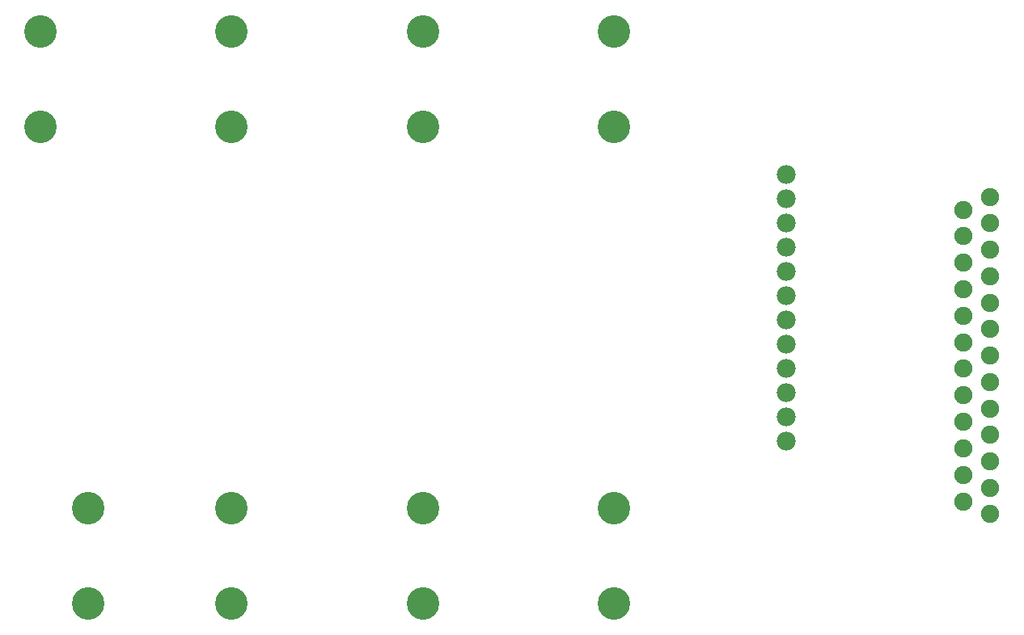
<source format=gts>
G04 Layer: TopSolderMaskLayer*
G04 EasyEDA v6.5.51, 2026-01-14 15:08:39*
G04 dde8d36dd7f6405bbf5d2bde1aba3d06,1eba0ef7a20a4348ba21f928fdb5677a,10*
G04 Gerber Generator version 0.2*
G04 Scale: 100 percent, Rotated: No, Reflected: No *
G04 Dimensions in millimeters *
G04 leading zeros omitted , absolute positions ,4 integer and 5 decimal *
%FSLAX45Y45*%
%MOMM*%

%ADD10C,1.9016*%
%ADD11C,1.9812*%
%ADD12C,3.4036*%
%ADD13C,0.0106*%

%LPD*%
D10*
G01*
X11441709Y5261914D03*
G01*
X11441963Y4985054D03*
G01*
X11441963Y4707940D03*
G01*
X11441963Y4431080D03*
G01*
X11441963Y4153966D03*
G01*
X11441963Y3877106D03*
G01*
X11441963Y3599992D03*
G01*
X11441963Y3323132D03*
G01*
X11441963Y3046018D03*
G01*
X11441963Y2768904D03*
G01*
X11441963Y2492044D03*
G01*
X11441963Y2214930D03*
G01*
X11441963Y1938070D03*
G01*
X11157991Y5128818D03*
G01*
X11157991Y4850942D03*
G01*
X11157991Y4573066D03*
G01*
X11157991Y4294936D03*
G01*
X11157991Y4017060D03*
G01*
X11157991Y3738930D03*
G01*
X11157991Y3461054D03*
G01*
X11157991Y3182924D03*
G01*
X11157991Y2905048D03*
G01*
X11157991Y2626918D03*
G01*
X11157991Y2349042D03*
G01*
X11157991Y2070912D03*
D11*
G01*
X9299981Y5496991D03*
G01*
X9299981Y5242991D03*
G01*
X9299981Y4988991D03*
G01*
X9299981Y4734991D03*
G01*
X9299981Y4480991D03*
G01*
X9299981Y4226991D03*
G01*
X9299981Y3972991D03*
G01*
X9299981Y3718991D03*
G01*
X9299981Y3464991D03*
G01*
X9299981Y3210991D03*
G01*
X9299981Y2956991D03*
G01*
X9299981Y2702991D03*
D12*
G01*
X1499996Y5999987D03*
G01*
X1499996Y6999986D03*
G01*
X3499993Y5999987D03*
G01*
X3499993Y6999986D03*
G01*
X5499988Y5999987D03*
G01*
X5499988Y6999986D03*
G01*
X7499984Y5999987D03*
G01*
X7499984Y6999986D03*
G01*
X7499984Y999997D03*
G01*
X7499984Y1999995D03*
G01*
X5499988Y999997D03*
G01*
X5499988Y1999995D03*
G01*
X3499993Y999997D03*
G01*
X3499993Y1999995D03*
G01*
X1999995Y999997D03*
G01*
X1999995Y1999995D03*
M02*

</source>
